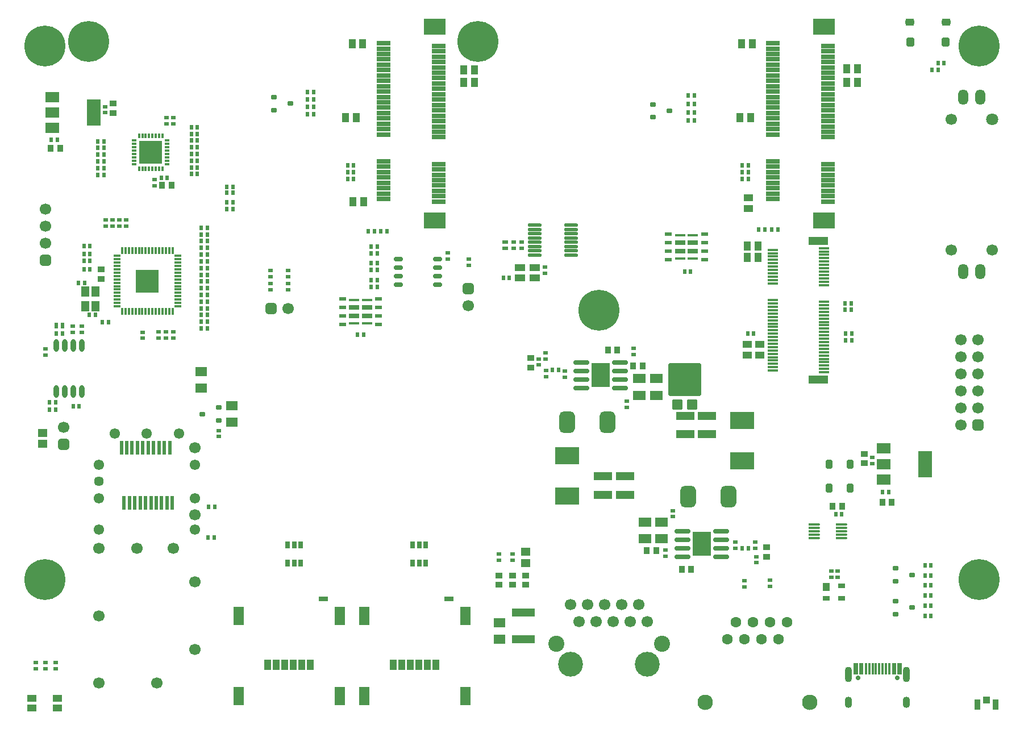
<source format=gts>
G04*
G04 #@! TF.GenerationSoftware,Altium Limited,Altium Designer,25.2.1 (25)*
G04*
G04 Layer_Color=8388736*
%FSLAX44Y44*%
%MOMM*%
G71*
G04*
G04 #@! TF.SameCoordinates,A23D3B39-E9B1-4969-97C3-F5C5B3B73B29*
G04*
G04*
G04 #@! TF.FilePolarity,Negative*
G04*
G01*
G75*
%ADD80R,3.6000X2.6000*%
%ADD81R,2.7000X1.2500*%
G04:AMPARAMS|DCode=82|XSize=0.69mm|YSize=0.59mm|CornerRadius=0.095mm|HoleSize=0mm|Usage=FLASHONLY|Rotation=90.000|XOffset=0mm|YOffset=0mm|HoleType=Round|Shape=RoundedRectangle|*
%AMROUNDEDRECTD82*
21,1,0.6900,0.4000,0,0,90.0*
21,1,0.5000,0.5900,0,0,90.0*
1,1,0.1900,0.2000,0.2500*
1,1,0.1900,0.2000,-0.2500*
1,1,0.1900,-0.2000,-0.2500*
1,1,0.1900,-0.2000,0.2500*
%
%ADD82ROUNDEDRECTD82*%
G04:AMPARAMS|DCode=83|XSize=0.69mm|YSize=0.59mm|CornerRadius=0.095mm|HoleSize=0mm|Usage=FLASHONLY|Rotation=180.000|XOffset=0mm|YOffset=0mm|HoleType=Round|Shape=RoundedRectangle|*
%AMROUNDEDRECTD83*
21,1,0.6900,0.4000,0,0,180.0*
21,1,0.5000,0.5900,0,0,180.0*
1,1,0.1900,-0.2500,0.2000*
1,1,0.1900,0.2500,0.2000*
1,1,0.1900,0.2500,-0.2000*
1,1,0.1900,-0.2500,-0.2000*
%
%ADD83ROUNDEDRECTD83*%
%ADD84R,0.9000X1.0000*%
%ADD85R,3.3000X2.4000*%
%ADD86R,2.1000X0.7000*%
%ADD87R,0.6500X1.1000*%
G04:AMPARAMS|DCode=88|XSize=1.1mm|YSize=1.3mm|CornerRadius=0.3mm|HoleSize=0mm|Usage=FLASHONLY|Rotation=270.000|XOffset=0mm|YOffset=0mm|HoleType=Round|Shape=RoundedRectangle|*
%AMROUNDEDRECTD88*
21,1,1.1000,0.7000,0,0,270.0*
21,1,0.5000,1.3000,0,0,270.0*
1,1,0.6000,-0.3500,-0.2500*
1,1,0.6000,-0.3500,0.2500*
1,1,0.6000,0.3500,0.2500*
1,1,0.6000,0.3500,-0.2500*
%
%ADD88ROUNDEDRECTD88*%
G04:AMPARAMS|DCode=89|XSize=1.4mm|YSize=1.2mm|CornerRadius=0.325mm|HoleSize=0mm|Usage=FLASHONLY|Rotation=270.000|XOffset=0mm|YOffset=0mm|HoleType=Round|Shape=RoundedRectangle|*
%AMROUNDEDRECTD89*
21,1,1.4000,0.5500,0,0,270.0*
21,1,0.7500,1.2000,0,0,270.0*
1,1,0.6500,-0.2750,-0.3750*
1,1,0.6500,-0.2750,0.3750*
1,1,0.6500,0.2750,0.3750*
1,1,0.6500,0.2750,-0.3750*
%
%ADD89ROUNDEDRECTD89*%
G04:AMPARAMS|DCode=90|XSize=0.58mm|YSize=0.68mm|CornerRadius=0.09mm|HoleSize=0mm|Usage=FLASHONLY|Rotation=0.000|XOffset=0mm|YOffset=0mm|HoleType=Round|Shape=RoundedRectangle|*
%AMROUNDEDRECTD90*
21,1,0.5800,0.5000,0,0,0.0*
21,1,0.4000,0.6800,0,0,0.0*
1,1,0.1800,0.2000,-0.2500*
1,1,0.1800,-0.2000,-0.2500*
1,1,0.1800,-0.2000,0.2500*
1,1,0.1800,0.2000,0.2500*
%
%ADD90ROUNDEDRECTD90*%
%ADD91R,1.4500X1.0500*%
%ADD92R,1.0500X1.4500*%
G04:AMPARAMS|DCode=93|XSize=0.58mm|YSize=0.68mm|CornerRadius=0.09mm|HoleSize=0mm|Usage=FLASHONLY|Rotation=90.000|XOffset=0mm|YOffset=0mm|HoleType=Round|Shape=RoundedRectangle|*
%AMROUNDEDRECTD93*
21,1,0.5800,0.5000,0,0,90.0*
21,1,0.4000,0.6800,0,0,90.0*
1,1,0.1800,0.2500,0.2000*
1,1,0.1800,0.2500,-0.2000*
1,1,0.1800,-0.2500,-0.2000*
1,1,0.1800,-0.2500,0.2000*
%
%ADD93ROUNDEDRECTD93*%
%ADD94R,1.0000X0.9000*%
%ADD95R,2.1000X3.9000*%
%ADD96R,2.1000X1.6000*%
%ADD97R,0.8800X0.5800*%
%ADD98O,2.0815X0.5100*%
%ADD99R,1.5000X1.1000*%
%ADD100R,1.0000X1.2000*%
%ADD101R,1.0000X0.7000*%
%ADD102R,1.0000X0.8500*%
%ADD103R,2.8500X1.3000*%
%ADD104R,1.6500X0.4000*%
%ADD105R,0.5500X0.7000*%
%ADD106R,0.7000X0.6000*%
%ADD107R,0.6000X2.1000*%
%ADD108R,1.4000X1.1500*%
%ADD109R,0.5800X0.8800*%
%ADD110O,0.8000X1.9000*%
%ADD111R,1.3000X1.5000*%
%ADD112R,1.7500X1.3500*%
%ADD113R,3.5000X3.5000*%
%ADD114R,1.0000X0.3500*%
%ADD115R,0.3500X1.0000*%
G04:AMPARAMS|DCode=116|XSize=0.65mm|YSize=0.9mm|CornerRadius=0.1875mm|HoleSize=0mm|Usage=FLASHONLY|Rotation=270.000|XOffset=0mm|YOffset=0mm|HoleType=Round|Shape=RoundedRectangle|*
%AMROUNDEDRECTD116*
21,1,0.6500,0.5250,0,0,270.0*
21,1,0.2750,0.9000,0,0,270.0*
1,1,0.3750,-0.2625,-0.1375*
1,1,0.3750,-0.2625,0.1375*
1,1,0.3750,0.2625,0.1375*
1,1,0.3750,0.2625,-0.1375*
%
%ADD116ROUNDEDRECTD116*%
G04:AMPARAMS|DCode=117|XSize=0.6mm|YSize=2.3mm|CornerRadius=0.175mm|HoleSize=0mm|Usage=FLASHONLY|Rotation=90.000|XOffset=0mm|YOffset=0mm|HoleType=Round|Shape=RoundedRectangle|*
%AMROUNDEDRECTD117*
21,1,0.6000,1.9500,0,0,90.0*
21,1,0.2500,2.3000,0,0,90.0*
1,1,0.3500,0.9750,0.1250*
1,1,0.3500,0.9750,-0.1250*
1,1,0.3500,-0.9750,-0.1250*
1,1,0.3500,-0.9750,0.1250*
%
%ADD117ROUNDEDRECTD117*%
%ADD118R,2.8000X3.6000*%
%ADD119R,1.9000X1.4000*%
%ADD120R,3.4000X1.1500*%
G04:AMPARAMS|DCode=121|XSize=3.15mm|YSize=2.3mm|CornerRadius=0.6mm|HoleSize=0mm|Usage=FLASHONLY|Rotation=270.000|XOffset=0mm|YOffset=0mm|HoleType=Round|Shape=RoundedRectangle|*
%AMROUNDEDRECTD121*
21,1,3.1500,1.1000,0,0,270.0*
21,1,1.9500,2.3000,0,0,270.0*
1,1,1.2000,-0.5500,-0.9750*
1,1,1.2000,-0.5500,0.9750*
1,1,1.2000,0.5500,0.9750*
1,1,1.2000,0.5500,-0.9750*
%
%ADD121ROUNDEDRECTD121*%
%ADD122R,1.5500X2.7000*%
%ADD123R,1.0000X1.5000*%
%ADD124R,1.4000X0.8000*%
G04:AMPARAMS|DCode=125|XSize=1.5mm|YSize=1.6mm|CornerRadius=0.12mm|HoleSize=0mm|Usage=FLASHONLY|Rotation=270.000|XOffset=0mm|YOffset=0mm|HoleType=Round|Shape=RoundedRectangle|*
%AMROUNDEDRECTD125*
21,1,1.5000,1.3600,0,0,270.0*
21,1,1.2600,1.6000,0,0,270.0*
1,1,0.2400,-0.6800,-0.6300*
1,1,0.2400,-0.6800,0.6300*
1,1,0.2400,0.6800,0.6300*
1,1,0.2400,0.6800,-0.6300*
%
%ADD125ROUNDEDRECTD125*%
G04:AMPARAMS|DCode=126|XSize=4.9mm|YSize=4.9mm|CornerRadius=0.17mm|HoleSize=0mm|Usage=FLASHONLY|Rotation=270.000|XOffset=0mm|YOffset=0mm|HoleType=Round|Shape=RoundedRectangle|*
%AMROUNDEDRECTD126*
21,1,4.9000,4.5600,0,0,270.0*
21,1,4.5600,4.9000,0,0,270.0*
1,1,0.3400,-2.2800,-2.2800*
1,1,0.3400,-2.2800,2.2800*
1,1,0.3400,2.2800,2.2800*
1,1,0.3400,2.2800,-2.2800*
%
%ADD126ROUNDEDRECTD126*%
%ADD127R,1.0600X0.6000*%
%ADD128R,1.6000X0.8000*%
%ADD129R,1.6000X0.4500*%
%ADD130R,1.0000X1.0000*%
%ADD131R,0.8500X1.6000*%
G04:AMPARAMS|DCode=132|XSize=0.6mm|YSize=1.35mm|CornerRadius=0.175mm|HoleSize=0mm|Usage=FLASHONLY|Rotation=90.000|XOffset=0mm|YOffset=0mm|HoleType=Round|Shape=RoundedRectangle|*
%AMROUNDEDRECTD132*
21,1,0.6000,1.0000,0,0,90.0*
21,1,0.2500,1.3500,0,0,90.0*
1,1,0.3500,0.5000,0.1250*
1,1,0.3500,0.5000,-0.1250*
1,1,0.3500,-0.5000,-0.1250*
1,1,0.3500,-0.5000,0.1250*
%
%ADD132ROUNDEDRECTD132*%
%ADD133R,1.3750X1.0500*%
%ADD134R,0.4000X1.7400*%
%ADD135O,1.7000X0.4000*%
G04:AMPARAMS|DCode=136|XSize=1.32mm|YSize=1.05mm|CornerRadius=0.2875mm|HoleSize=0mm|Usage=FLASHONLY|Rotation=90.000|XOffset=0mm|YOffset=0mm|HoleType=Round|Shape=RoundedRectangle|*
%AMROUNDEDRECTD136*
21,1,1.3200,0.4750,0,0,90.0*
21,1,0.7450,1.0500,0,0,90.0*
1,1,0.5750,0.2375,0.3725*
1,1,0.5750,0.2375,-0.3725*
1,1,0.5750,-0.2375,-0.3725*
1,1,0.5750,-0.2375,0.3725*
%
%ADD136ROUNDEDRECTD136*%
%ADD137R,0.4000X0.8000*%
%ADD138R,0.8000X0.4000*%
%ADD139R,3.4000X3.4000*%
%ADD140C,1.6000*%
%ADD141C,0.1000*%
%ADD142C,2.3000*%
%ADD143O,1.5000X2.3000*%
%ADD144C,1.7000*%
%ADD145C,1.8000*%
G04:AMPARAMS|DCode=146|XSize=1.7mm|YSize=1.7mm|CornerRadius=0.45mm|HoleSize=0mm|Usage=FLASHONLY|Rotation=90.000|XOffset=0mm|YOffset=0mm|HoleType=Round|Shape=RoundedRectangle|*
%AMROUNDEDRECTD146*
21,1,1.7000,0.8000,0,0,90.0*
21,1,0.8000,1.7000,0,0,90.0*
1,1,0.9000,0.4000,0.4000*
1,1,0.9000,0.4000,-0.4000*
1,1,0.9000,-0.4000,-0.4000*
1,1,0.9000,-0.4000,0.4000*
%
%ADD146ROUNDEDRECTD146*%
%ADD147R,0.1000X0.1000*%
%ADD148C,6.1000*%
%ADD149C,1.5500*%
%ADD150C,1.4500*%
%ADD151C,0.1500*%
G04:AMPARAMS|DCode=152|XSize=1.7mm|YSize=1.7mm|CornerRadius=0.45mm|HoleSize=0mm|Usage=FLASHONLY|Rotation=180.000|XOffset=0mm|YOffset=0mm|HoleType=Round|Shape=RoundedRectangle|*
%AMROUNDEDRECTD152*
21,1,1.7000,0.8000,0,0,180.0*
21,1,0.8000,1.7000,0,0,180.0*
1,1,0.9000,-0.4000,0.4000*
1,1,0.9000,0.4000,0.4000*
1,1,0.9000,0.4000,-0.4000*
1,1,0.9000,-0.4000,-0.4000*
%
%ADD152ROUNDEDRECTD152*%
%ADD153C,3.7000*%
%ADD154C,2.4000*%
%ADD155O,1.1000X2.3000*%
%ADD156O,1.1000X1.7000*%
%ADD157C,0.7000*%
D80*
X1093000Y441000D02*
D03*
Y381000D02*
D03*
X832750Y388500D02*
D03*
Y328500D02*
D03*
D81*
X1041000Y420250D02*
D03*
Y447750D02*
D03*
X1009000Y420250D02*
D03*
Y447750D02*
D03*
X919000Y357750D02*
D03*
Y330250D02*
D03*
X886000Y357750D02*
D03*
Y330250D02*
D03*
D82*
X505500Y821000D02*
D03*
X514500D02*
D03*
X505500Y811000D02*
D03*
X514500D02*
D03*
X505500Y801000D02*
D03*
X514500D02*
D03*
X529500Y569000D02*
D03*
X520500D02*
D03*
X1016500Y663000D02*
D03*
X1007500D02*
D03*
X1093500Y811000D02*
D03*
X1102500D02*
D03*
X1093500Y801000D02*
D03*
X1102500D02*
D03*
X1093500Y821000D02*
D03*
X1102500D02*
D03*
X1376222Y963009D02*
D03*
X1385222D02*
D03*
X1385299Y973052D02*
D03*
X1394299D02*
D03*
X307750Y312000D02*
D03*
X298750D02*
D03*
X140000Y587750D02*
D03*
X149000D02*
D03*
X287750Y578000D02*
D03*
X296750D02*
D03*
X1110750Y570000D02*
D03*
X1101750D02*
D03*
X1247500Y570250D02*
D03*
X1256500D02*
D03*
X1247500Y560500D02*
D03*
X1256500D02*
D03*
X445750Y908000D02*
D03*
X454750D02*
D03*
X454750Y930000D02*
D03*
X445750D02*
D03*
X454750Y919000D02*
D03*
X445750D02*
D03*
X1022250Y925000D02*
D03*
X1013250D02*
D03*
X1022250Y912500D02*
D03*
X1013250D02*
D03*
Y887500D02*
D03*
X1022250D02*
D03*
X564250Y722500D02*
D03*
X555250D02*
D03*
X1146750Y725000D02*
D03*
X1137750D02*
D03*
X540750Y700000D02*
D03*
X549750D02*
D03*
X540750Y675000D02*
D03*
X549750D02*
D03*
X540750Y640000D02*
D03*
X549750D02*
D03*
Y665000D02*
D03*
X540750D02*
D03*
X549750Y650000D02*
D03*
X540750D02*
D03*
X549750Y690000D02*
D03*
X540750D02*
D03*
X1365750Y225000D02*
D03*
X1374750D02*
D03*
Y210000D02*
D03*
X1365750D02*
D03*
X1374750Y180000D02*
D03*
X1365750D02*
D03*
Y165000D02*
D03*
X1374750D02*
D03*
Y195000D02*
D03*
X1365750D02*
D03*
X1374750Y150000D02*
D03*
X1365750D02*
D03*
X281750Y808000D02*
D03*
X272750D02*
D03*
Y818000D02*
D03*
X281750D02*
D03*
X133250Y807000D02*
D03*
X142250D02*
D03*
Y817000D02*
D03*
X133250D02*
D03*
X142250Y827000D02*
D03*
X133250D02*
D03*
Y837000D02*
D03*
X142250D02*
D03*
X272750Y848000D02*
D03*
X281750D02*
D03*
Y878000D02*
D03*
X272750D02*
D03*
X281750Y828000D02*
D03*
X272750D02*
D03*
Y838000D02*
D03*
X281750D02*
D03*
Y858000D02*
D03*
X272750D02*
D03*
Y868000D02*
D03*
X281750D02*
D03*
X142250Y857000D02*
D03*
X133250D02*
D03*
X142250Y847000D02*
D03*
X133250D02*
D03*
X70750Y468000D02*
D03*
X61750D02*
D03*
X70750Y457000D02*
D03*
X61750D02*
D03*
X112750Y688550D02*
D03*
X121750D02*
D03*
X112750Y666500D02*
D03*
X121750D02*
D03*
X112750Y678550D02*
D03*
X121750D02*
D03*
X297750Y266750D02*
D03*
X306750D02*
D03*
X105750Y462000D02*
D03*
X96750D02*
D03*
X296750Y598000D02*
D03*
X287750D02*
D03*
X296750Y588000D02*
D03*
X287750D02*
D03*
X296750Y658000D02*
D03*
X287750D02*
D03*
X296750Y648000D02*
D03*
X287750D02*
D03*
X296750Y628000D02*
D03*
X287750D02*
D03*
X296750Y638000D02*
D03*
X287750D02*
D03*
Y618000D02*
D03*
X296750D02*
D03*
Y668000D02*
D03*
X287750D02*
D03*
X296750Y698000D02*
D03*
X287750D02*
D03*
X296750Y688000D02*
D03*
X287750D02*
D03*
X296750Y678000D02*
D03*
X287750D02*
D03*
Y728000D02*
D03*
X296750D02*
D03*
X287750Y718000D02*
D03*
X296750D02*
D03*
Y708000D02*
D03*
X287750D02*
D03*
X296750Y608000D02*
D03*
X287750D02*
D03*
X1093750Y250750D02*
D03*
X1102750D02*
D03*
X112750Y700750D02*
D03*
X121750D02*
D03*
X819750Y516000D02*
D03*
X810750D02*
D03*
D83*
X417000Y644500D02*
D03*
Y635500D02*
D03*
X979000Y247500D02*
D03*
Y238500D02*
D03*
X932000Y539500D02*
D03*
Y548500D02*
D03*
X1096500Y202000D02*
D03*
Y193000D02*
D03*
X55500Y71250D02*
D03*
Y80250D02*
D03*
X313500Y417000D02*
D03*
Y426000D02*
D03*
X1226250Y216500D02*
D03*
Y207500D02*
D03*
X1235250Y216500D02*
D03*
Y207500D02*
D03*
X417000Y655500D02*
D03*
Y664500D02*
D03*
X391000Y655500D02*
D03*
Y664500D02*
D03*
Y635500D02*
D03*
Y644500D02*
D03*
X685764Y671995D02*
D03*
Y680995D02*
D03*
X70250Y71250D02*
D03*
Y80250D02*
D03*
X245750Y892000D02*
D03*
Y883000D02*
D03*
X235750D02*
D03*
Y892000D02*
D03*
X96439Y572500D02*
D03*
Y581500D02*
D03*
X55250Y538500D02*
D03*
Y547500D02*
D03*
X109250Y572500D02*
D03*
Y581500D02*
D03*
X245750Y563777D02*
D03*
Y572776D02*
D03*
X224000Y563750D02*
D03*
Y572750D02*
D03*
X234750Y563750D02*
D03*
Y572750D02*
D03*
X200000Y572500D02*
D03*
Y563500D02*
D03*
X155250Y730500D02*
D03*
Y739500D02*
D03*
X165250Y730500D02*
D03*
Y739500D02*
D03*
X145250Y730500D02*
D03*
Y739500D02*
D03*
X175250Y730500D02*
D03*
Y739500D02*
D03*
X1114250Y237950D02*
D03*
Y228950D02*
D03*
X790250Y532500D02*
D03*
Y523500D02*
D03*
X751250Y241500D02*
D03*
Y232500D02*
D03*
X1135250Y193750D02*
D03*
Y202750D02*
D03*
X800250Y532500D02*
D03*
Y541500D02*
D03*
X731250Y241500D02*
D03*
Y232500D02*
D03*
D84*
X965250Y247000D02*
D03*
X951250D02*
D03*
X931250Y522000D02*
D03*
X945250D02*
D03*
X63000Y846500D02*
D03*
X77000D02*
D03*
X1302250Y319000D02*
D03*
X1316250D02*
D03*
X1242250Y313000D02*
D03*
X1228250D02*
D03*
X229250Y791000D02*
D03*
X243250D02*
D03*
X1017500Y219250D02*
D03*
X1003500D02*
D03*
X893250Y546000D02*
D03*
X907250D02*
D03*
D85*
X635250Y1027500D02*
D03*
Y738500D02*
D03*
X1215250Y1027500D02*
D03*
Y738500D02*
D03*
D86*
X641250Y767000D02*
D03*
X559250Y771000D02*
D03*
X641250Y775000D02*
D03*
X559250Y779000D02*
D03*
X641250Y783000D02*
D03*
X559250Y787000D02*
D03*
X641250Y791000D02*
D03*
X559250Y795000D02*
D03*
X641250Y799000D02*
D03*
X559250Y803000D02*
D03*
X641250Y807000D02*
D03*
X559250Y811000D02*
D03*
X641250Y815000D02*
D03*
X559250Y819000D02*
D03*
X641250Y823000D02*
D03*
X559250Y827000D02*
D03*
X641250Y863000D02*
D03*
X559250Y867000D02*
D03*
X641250Y871000D02*
D03*
X559250Y875000D02*
D03*
X641250Y879000D02*
D03*
X559250Y883000D02*
D03*
X641250Y887000D02*
D03*
X559250Y891000D02*
D03*
X641250Y895000D02*
D03*
X559250Y899000D02*
D03*
X641250Y903000D02*
D03*
X559250Y907000D02*
D03*
X641250Y911000D02*
D03*
X559250Y915000D02*
D03*
X641250Y919000D02*
D03*
X559250Y923000D02*
D03*
X641250Y927000D02*
D03*
X559250Y931000D02*
D03*
X641250Y935000D02*
D03*
X559250Y939000D02*
D03*
X641250Y943000D02*
D03*
X559250Y947000D02*
D03*
X641250Y951000D02*
D03*
X559250Y955000D02*
D03*
X641250Y959000D02*
D03*
X559250Y963000D02*
D03*
X641250Y967000D02*
D03*
X559250Y971000D02*
D03*
X641250Y975000D02*
D03*
X559250Y979000D02*
D03*
X641250Y983000D02*
D03*
X559250Y987000D02*
D03*
X641250Y991000D02*
D03*
X559250Y995000D02*
D03*
X641250Y999000D02*
D03*
X559250Y1003000D02*
D03*
X1221250Y767000D02*
D03*
X1139250Y771000D02*
D03*
X1221250Y775000D02*
D03*
X1139250Y779000D02*
D03*
X1221250Y783000D02*
D03*
X1139250Y787000D02*
D03*
X1221250Y791000D02*
D03*
X1139250Y795000D02*
D03*
X1221250Y799000D02*
D03*
X1139250Y803000D02*
D03*
X1221250Y807000D02*
D03*
X1139250Y811000D02*
D03*
X1221250Y815000D02*
D03*
X1139250Y819000D02*
D03*
X1221250Y823000D02*
D03*
X1139250Y827000D02*
D03*
X1221250Y863000D02*
D03*
X1139250Y867000D02*
D03*
X1221250Y871000D02*
D03*
X1139250Y875000D02*
D03*
X1221250Y879000D02*
D03*
X1139250Y883000D02*
D03*
X1221250Y887000D02*
D03*
X1139250Y891000D02*
D03*
X1221250Y895000D02*
D03*
X1139250Y899000D02*
D03*
X1221250Y903000D02*
D03*
X1139250Y907000D02*
D03*
X1221250Y911000D02*
D03*
X1139250Y915000D02*
D03*
X1221250Y919000D02*
D03*
X1139250Y923000D02*
D03*
X1221250Y927000D02*
D03*
X1139250Y931000D02*
D03*
X1221250Y935000D02*
D03*
X1139250Y939000D02*
D03*
X1221250Y943000D02*
D03*
X1139250Y947000D02*
D03*
X1221250Y951000D02*
D03*
X1139250Y955000D02*
D03*
X1221250Y959000D02*
D03*
X1139250Y963000D02*
D03*
X1221250Y967000D02*
D03*
X1139250Y971000D02*
D03*
X1221250Y975000D02*
D03*
X1139250Y979000D02*
D03*
X1221250Y983000D02*
D03*
X1139250Y987000D02*
D03*
X1221250Y991000D02*
D03*
X1139250Y995000D02*
D03*
X1221250Y999000D02*
D03*
X1139250Y1003000D02*
D03*
D87*
X435500Y255250D02*
D03*
X426000D02*
D03*
X416500D02*
D03*
Y228250D02*
D03*
X435500D02*
D03*
X426000D02*
D03*
X621750Y255250D02*
D03*
X612250D02*
D03*
X602750D02*
D03*
Y228250D02*
D03*
X621750D02*
D03*
X612250D02*
D03*
D88*
X1397250Y1034500D02*
D03*
X1343250Y1034500D02*
D03*
D89*
X1396750Y1005000D02*
D03*
X1343750D02*
D03*
D90*
X63950Y859250D02*
D03*
X73050D02*
D03*
X1302700Y334000D02*
D03*
X1311800D02*
D03*
X1241800Y301000D02*
D03*
X1232700D02*
D03*
X1246700Y615000D02*
D03*
X1255800D02*
D03*
X1246700Y606000D02*
D03*
X1255800D02*
D03*
X445700Y897000D02*
D03*
X454800D02*
D03*
X1013200Y900000D02*
D03*
X1022300D02*
D03*
X227881Y802440D02*
D03*
X236981D02*
D03*
X80800Y570000D02*
D03*
X71700D02*
D03*
X129800Y598000D02*
D03*
X120700D02*
D03*
X113800Y646000D02*
D03*
X104700D02*
D03*
X325700Y789000D02*
D03*
X334800D02*
D03*
X325700Y780000D02*
D03*
X334800D02*
D03*
X325700Y766000D02*
D03*
X334800D02*
D03*
X325700Y756000D02*
D03*
X334800D02*
D03*
X737450Y653000D02*
D03*
X746550D02*
D03*
D91*
X1101000Y554500D02*
D03*
Y538500D02*
D03*
X1119500Y554500D02*
D03*
Y538500D02*
D03*
X1102500Y773000D02*
D03*
Y757000D02*
D03*
D92*
X1101000Y701000D02*
D03*
X1117000D02*
D03*
X1101000Y683500D02*
D03*
X1117000D02*
D03*
X678250Y944750D02*
D03*
X694250D02*
D03*
X678250Y963250D02*
D03*
X694250D02*
D03*
X528250Y1002500D02*
D03*
X512250D02*
D03*
X518250Y892500D02*
D03*
X502250D02*
D03*
X529750Y766500D02*
D03*
X513750D02*
D03*
X1108250Y1002500D02*
D03*
X1092250D02*
D03*
X1249500Y965000D02*
D03*
X1265500D02*
D03*
X1249500Y945000D02*
D03*
X1265500D02*
D03*
X1105750Y892500D02*
D03*
X1089750D02*
D03*
D93*
X990500Y297450D02*
D03*
Y306550D02*
D03*
X655000Y690550D02*
D03*
Y681450D02*
D03*
X1287250Y376450D02*
D03*
Y385550D02*
D03*
X753000Y706550D02*
D03*
Y697450D02*
D03*
X765000Y706550D02*
D03*
Y697450D02*
D03*
X800000Y669100D02*
D03*
Y660000D02*
D03*
X40750Y71200D02*
D03*
Y80300D02*
D03*
X144250Y899450D02*
D03*
Y908550D02*
D03*
X1113250Y259800D02*
D03*
Y250700D02*
D03*
X1083250Y259800D02*
D03*
Y250700D02*
D03*
X829250Y505450D02*
D03*
Y514550D02*
D03*
X801250Y506450D02*
D03*
Y515550D02*
D03*
X921250Y460450D02*
D03*
Y469550D02*
D03*
D94*
X1275250Y377000D02*
D03*
Y391000D02*
D03*
X156250Y899000D02*
D03*
Y913000D02*
D03*
X1130000Y238000D02*
D03*
Y252000D02*
D03*
X778250Y520000D02*
D03*
Y534000D02*
D03*
X138250Y666000D02*
D03*
Y652000D02*
D03*
D95*
X1366250Y376000D02*
D03*
X127250Y900000D02*
D03*
D96*
X1304250Y353000D02*
D03*
Y376000D02*
D03*
Y399000D02*
D03*
X65250Y923000D02*
D03*
Y900000D02*
D03*
Y877000D02*
D03*
D97*
X740000Y697450D02*
D03*
Y706550D02*
D03*
D98*
X838407Y687350D02*
D03*
X838407Y693750D02*
D03*
Y700150D02*
D03*
Y706550D02*
D03*
Y712950D02*
D03*
Y719350D02*
D03*
Y725750D02*
D03*
Y732150D02*
D03*
X784092Y687350D02*
D03*
X784092Y693750D02*
D03*
Y700150D02*
D03*
Y706550D02*
D03*
Y712950D02*
D03*
Y719350D02*
D03*
Y725750D02*
D03*
Y732150D02*
D03*
D99*
X762000Y669000D02*
D03*
X784000D02*
D03*
X762000Y653000D02*
D03*
X784000D02*
D03*
D100*
X1219000Y192500D02*
D03*
D101*
X1242000Y175500D02*
D03*
Y194500D02*
D03*
X1219000Y175500D02*
D03*
D102*
X771250Y196250D02*
D03*
Y209750D02*
D03*
X751250Y196000D02*
D03*
Y209500D02*
D03*
X731250D02*
D03*
Y196000D02*
D03*
D103*
X1207250Y501710D02*
D03*
Y708710D02*
D03*
D104*
X1139500Y610210D02*
D03*
X1215000Y697710D02*
D03*
X1139500Y695210D02*
D03*
X1215000Y692710D02*
D03*
X1139500Y690210D02*
D03*
X1215000Y687710D02*
D03*
X1139500Y685210D02*
D03*
X1215000Y682710D02*
D03*
X1139500Y680210D02*
D03*
X1215000Y677710D02*
D03*
X1139500Y675210D02*
D03*
X1215000Y672710D02*
D03*
X1139500Y650210D02*
D03*
X1215000Y647710D02*
D03*
X1139500Y645210D02*
D03*
X1215000Y642710D02*
D03*
X1139500Y620210D02*
D03*
X1215000Y617710D02*
D03*
X1139500Y615210D02*
D03*
X1215000Y612710D02*
D03*
Y607710D02*
D03*
X1139500Y605210D02*
D03*
X1215000Y602710D02*
D03*
X1139500Y600210D02*
D03*
X1215000Y597710D02*
D03*
X1139500Y595210D02*
D03*
X1215000Y592710D02*
D03*
X1139500Y590210D02*
D03*
X1215000Y587710D02*
D03*
X1139500Y585210D02*
D03*
X1215000Y582710D02*
D03*
X1139500Y580210D02*
D03*
X1215000Y577710D02*
D03*
X1139500Y575210D02*
D03*
X1215000Y572710D02*
D03*
X1139500Y570210D02*
D03*
X1215000Y567710D02*
D03*
X1139500Y565210D02*
D03*
X1215000Y562710D02*
D03*
X1139500Y560210D02*
D03*
X1215000Y557710D02*
D03*
X1139500Y555210D02*
D03*
X1215000Y552710D02*
D03*
X1139500Y550210D02*
D03*
X1215000Y547710D02*
D03*
X1139500Y545210D02*
D03*
X1215000Y542710D02*
D03*
X1139500Y540210D02*
D03*
X1215000Y537710D02*
D03*
X1139500Y535210D02*
D03*
X1215000Y532710D02*
D03*
X1139500Y530210D02*
D03*
X1215000Y527710D02*
D03*
X1139500Y525210D02*
D03*
X1215000Y522710D02*
D03*
X1139500Y520210D02*
D03*
X1215000Y517710D02*
D03*
X1139500Y515210D02*
D03*
X1215000Y512710D02*
D03*
X1139500Y670210D02*
D03*
X1139500Y665210D02*
D03*
Y660210D02*
D03*
Y655210D02*
D03*
X1215000Y667710D02*
D03*
Y662710D02*
D03*
Y657710D02*
D03*
Y652710D02*
D03*
D105*
X536250Y722500D02*
D03*
X545250D02*
D03*
X1118250Y725000D02*
D03*
X1127250D02*
D03*
D106*
X218000Y799550D02*
D03*
Y790450D02*
D03*
D107*
X204500Y318000D02*
D03*
X200500Y400000D02*
D03*
X196500Y318000D02*
D03*
X192500Y400000D02*
D03*
X188500Y318000D02*
D03*
X184500Y400000D02*
D03*
X180500Y318000D02*
D03*
X176500Y400000D02*
D03*
X172500Y318000D02*
D03*
X168500Y400000D02*
D03*
X244500Y318000D02*
D03*
X240500Y400000D02*
D03*
X236500Y318000D02*
D03*
X232500Y400000D02*
D03*
X228500Y318000D02*
D03*
X224500Y400000D02*
D03*
X220500Y318000D02*
D03*
X216500Y400000D02*
D03*
X212500Y318000D02*
D03*
X208500Y400000D02*
D03*
D108*
X51250Y405750D02*
D03*
Y422250D02*
D03*
X771250Y245250D02*
D03*
Y228750D02*
D03*
D109*
X71700Y582000D02*
D03*
X80800D02*
D03*
D110*
X109300Y552290D02*
D03*
Y483710D02*
D03*
X96600Y552290D02*
D03*
Y483710D02*
D03*
X83900Y552290D02*
D03*
Y483710D02*
D03*
X71200Y552290D02*
D03*
Y483710D02*
D03*
D111*
X130250Y633000D02*
D03*
Y611000D02*
D03*
X114250Y633000D02*
D03*
Y611000D02*
D03*
D112*
X287250Y513500D02*
D03*
Y489000D02*
D03*
X333500Y462750D02*
D03*
Y438250D02*
D03*
X732250Y114750D02*
D03*
Y139250D02*
D03*
D113*
X207250Y648550D02*
D03*
D114*
X161750Y611050D02*
D03*
Y616050D02*
D03*
Y621050D02*
D03*
Y626050D02*
D03*
Y631050D02*
D03*
Y636050D02*
D03*
Y641050D02*
D03*
Y646050D02*
D03*
Y651050D02*
D03*
Y656050D02*
D03*
Y661050D02*
D03*
Y666050D02*
D03*
Y671050D02*
D03*
Y676050D02*
D03*
Y681050D02*
D03*
Y686050D02*
D03*
X252750D02*
D03*
Y681050D02*
D03*
Y676050D02*
D03*
Y671050D02*
D03*
Y666050D02*
D03*
Y661050D02*
D03*
Y656050D02*
D03*
Y651050D02*
D03*
Y646050D02*
D03*
Y641050D02*
D03*
Y636050D02*
D03*
Y631050D02*
D03*
Y626050D02*
D03*
Y621050D02*
D03*
Y616050D02*
D03*
Y611050D02*
D03*
D115*
X169750Y694050D02*
D03*
X174750D02*
D03*
X179750D02*
D03*
X184750D02*
D03*
X189750D02*
D03*
X194750D02*
D03*
X199750D02*
D03*
X204750D02*
D03*
X209750D02*
D03*
X214750D02*
D03*
X219750D02*
D03*
X224750D02*
D03*
X229750D02*
D03*
X234750D02*
D03*
X239750D02*
D03*
X244750D02*
D03*
Y603050D02*
D03*
X239750D02*
D03*
X234750D02*
D03*
X229750D02*
D03*
X224750D02*
D03*
X219750D02*
D03*
X214750D02*
D03*
X209750D02*
D03*
X204750D02*
D03*
X199750D02*
D03*
X194750D02*
D03*
X189750D02*
D03*
X184750D02*
D03*
X179750D02*
D03*
X174750D02*
D03*
X169750D02*
D03*
D116*
X289500Y450500D02*
D03*
X314000Y460000D02*
D03*
Y441000D02*
D03*
X395750Y922500D02*
D03*
Y903500D02*
D03*
X420250Y913000D02*
D03*
X960250Y912000D02*
D03*
Y893000D02*
D03*
X984750Y902500D02*
D03*
X1321750Y220500D02*
D03*
Y201500D02*
D03*
X1346250Y211000D02*
D03*
X1321750Y171500D02*
D03*
Y152500D02*
D03*
X1346250Y162000D02*
D03*
D117*
X1062250Y250650D02*
D03*
Y263350D02*
D03*
Y276050D02*
D03*
X1004250Y250650D02*
D03*
Y263350D02*
D03*
Y276050D02*
D03*
X1062250Y237950D02*
D03*
X1004250D02*
D03*
X853750Y514850D02*
D03*
Y502150D02*
D03*
Y489450D02*
D03*
X911750Y514850D02*
D03*
Y502150D02*
D03*
Y489450D02*
D03*
X853750Y527550D02*
D03*
X911750D02*
D03*
D118*
X1033250Y257000D02*
D03*
X882750Y508500D02*
D03*
D119*
X948250Y289500D02*
D03*
Y264500D02*
D03*
X973250Y289500D02*
D03*
Y264500D02*
D03*
X940250Y503500D02*
D03*
Y478500D02*
D03*
X965250Y503500D02*
D03*
Y478500D02*
D03*
D120*
X767250Y115250D02*
D03*
Y154750D02*
D03*
D121*
X1072750Y327000D02*
D03*
X1013250D02*
D03*
X833000Y438500D02*
D03*
X892500D02*
D03*
D122*
X680850Y30000D02*
D03*
Y150000D02*
D03*
X530350Y30000D02*
D03*
Y150000D02*
D03*
X493850Y30000D02*
D03*
Y150000D02*
D03*
X343350Y30000D02*
D03*
Y150000D02*
D03*
D123*
X637350Y77000D02*
D03*
X573850D02*
D03*
X586550D02*
D03*
X599250D02*
D03*
X611950D02*
D03*
X624650D02*
D03*
X450350D02*
D03*
X386850D02*
D03*
X399550D02*
D03*
X412250D02*
D03*
X424950D02*
D03*
X437650D02*
D03*
D124*
X656150Y175000D02*
D03*
X469150D02*
D03*
D125*
X997250Y464500D02*
D03*
X1019250D02*
D03*
D126*
X1008250Y502000D02*
D03*
D127*
X498250Y583950D02*
D03*
X551750Y596650D02*
D03*
X498250D02*
D03*
X551750Y583950D02*
D03*
Y622050D02*
D03*
X498250Y609350D02*
D03*
X551750D02*
D03*
X498250Y622050D02*
D03*
X983750Y680600D02*
D03*
X1037250Y693300D02*
D03*
X983750D02*
D03*
X1037250Y680600D02*
D03*
Y718700D02*
D03*
X983750Y706000D02*
D03*
X1037250D02*
D03*
X983750Y718700D02*
D03*
D128*
X534500Y596650D02*
D03*
X515500D02*
D03*
Y609350D02*
D03*
X534500D02*
D03*
X1020000Y693300D02*
D03*
X1001000D02*
D03*
Y706000D02*
D03*
X1020000D02*
D03*
D129*
X534500Y585700D02*
D03*
X515500D02*
D03*
Y620300D02*
D03*
X534500D02*
D03*
X1020000Y682350D02*
D03*
X1001000D02*
D03*
Y716950D02*
D03*
X1020000D02*
D03*
D130*
X1457750Y24000D02*
D03*
D131*
X1444250Y17500D02*
D03*
X1471250D02*
D03*
D132*
X581250Y642950D02*
D03*
X639250D02*
D03*
X581250Y681050D02*
D03*
Y668350D02*
D03*
Y655650D02*
D03*
X639250Y681050D02*
D03*
Y668350D02*
D03*
Y655650D02*
D03*
D133*
X35500Y27250D02*
D03*
X73500Y12250D02*
D03*
Y27250D02*
D03*
X35500Y12250D02*
D03*
D134*
X1264249Y71000D02*
D03*
X1261249D02*
D03*
X1269249D02*
D03*
X1272249D02*
D03*
X1312751D02*
D03*
X1292751D02*
D03*
X1287749D02*
D03*
X1282751D02*
D03*
X1277749D02*
D03*
X1297749D02*
D03*
X1302751D02*
D03*
X1307749D02*
D03*
X1326251D02*
D03*
X1329251D02*
D03*
X1321251D02*
D03*
X1318251D02*
D03*
D135*
X1200750Y286000D02*
D03*
Y281000D02*
D03*
Y276000D02*
D03*
Y271000D02*
D03*
Y266000D02*
D03*
X1241750Y286000D02*
D03*
Y281000D02*
D03*
Y276000D02*
D03*
Y271000D02*
D03*
Y266000D02*
D03*
D136*
X1223250Y340000D02*
D03*
Y376000D02*
D03*
X1254250Y340000D02*
D03*
Y376000D02*
D03*
D137*
X229816Y865023D02*
D03*
X224816D02*
D03*
X219816D02*
D03*
X214816D02*
D03*
X209816D02*
D03*
X204816D02*
D03*
X199816D02*
D03*
X194816D02*
D03*
Y816023D02*
D03*
X199816D02*
D03*
X204816D02*
D03*
X209816D02*
D03*
X214816D02*
D03*
X219816D02*
D03*
X224816D02*
D03*
X229816D02*
D03*
D138*
X187816Y858023D02*
D03*
Y853023D02*
D03*
Y848023D02*
D03*
Y843023D02*
D03*
Y838023D02*
D03*
Y833023D02*
D03*
Y828023D02*
D03*
Y823023D02*
D03*
X236816D02*
D03*
Y828023D02*
D03*
Y833023D02*
D03*
Y838023D02*
D03*
Y843023D02*
D03*
Y848023D02*
D03*
Y853023D02*
D03*
Y858023D02*
D03*
D139*
X212316Y840523D02*
D03*
D140*
X1160700Y140700D02*
D03*
X1135300Y140700D02*
D03*
X1148000Y115300D02*
D03*
X1122600D02*
D03*
X1097200D02*
D03*
X1109900Y140700D02*
D03*
X1071800Y115300D02*
D03*
X1084500Y140700D02*
D03*
D141*
X1173400Y51800D02*
D03*
X1059100D02*
D03*
X1370250Y1030000D02*
D03*
Y1000000D02*
D03*
X158500Y359000D02*
D03*
X254500D02*
D03*
X534150Y171000D02*
D03*
X677150D02*
D03*
X347150D02*
D03*
X490150D02*
D03*
D142*
X1194250Y21300D02*
D03*
X1038250D02*
D03*
D143*
X1422500Y662500D02*
D03*
X1448500D02*
D03*
X1422500Y922500D02*
D03*
X1448500D02*
D03*
D144*
X1405000Y695000D02*
D03*
X1466000D02*
D03*
X1405000Y890000D02*
D03*
X416700Y608000D02*
D03*
X221050Y50000D02*
D03*
X246050Y250000D02*
D03*
X277750Y200000D02*
D03*
Y300000D02*
D03*
Y400000D02*
D03*
Y100000D02*
D03*
X135250Y50000D02*
D03*
Y250000D02*
D03*
Y150000D02*
D03*
X192050Y250000D02*
D03*
X55250Y730200D02*
D03*
Y704800D02*
D03*
Y755600D02*
D03*
X82250Y430700D02*
D03*
X837950Y166900D02*
D03*
X863350D02*
D03*
X888750D02*
D03*
X914150D02*
D03*
X939550D02*
D03*
X850650Y141500D02*
D03*
X876050D02*
D03*
X901450D02*
D03*
X926850D02*
D03*
X952250D02*
D03*
X1419500Y561200D02*
D03*
Y535800D02*
D03*
Y510400D02*
D03*
Y485000D02*
D03*
Y459600D02*
D03*
Y434200D02*
D03*
X1444900Y561200D02*
D03*
Y485000D02*
D03*
Y535800D02*
D03*
Y459600D02*
D03*
Y510400D02*
D03*
X685250Y612300D02*
D03*
D145*
X1466000Y890000D02*
D03*
D146*
X391300Y608000D02*
D03*
D147*
X600250Y760000D02*
D03*
Y1010000D02*
D03*
X1180250Y760000D02*
D03*
Y1010000D02*
D03*
D148*
X879750Y605250D02*
D03*
X119578Y1005715D02*
D03*
X699373Y1005467D02*
D03*
X54500Y203965D02*
D03*
X1446500D02*
D03*
X54500Y998465D02*
D03*
X1446500D02*
D03*
D149*
X206500Y421000D02*
D03*
X254500D02*
D03*
X277750Y278000D02*
D03*
Y325000D02*
D03*
Y375000D02*
D03*
X135250Y278000D02*
D03*
Y325000D02*
D03*
Y375000D02*
D03*
X158500Y421000D02*
D03*
D150*
X135250Y350000D02*
D03*
D151*
X1162250Y505210D02*
D03*
X1162250Y705210D02*
D03*
X54500Y10750D02*
D03*
Y28750D02*
D03*
D152*
X55250Y679400D02*
D03*
X82250Y405300D02*
D03*
X1444900Y434200D02*
D03*
X685250Y637700D02*
D03*
D153*
X837950Y78000D02*
D03*
X952250D02*
D03*
D154*
X816360Y108480D02*
D03*
X973840D02*
D03*
D155*
X1251999Y62699D02*
D03*
X1338501D02*
D03*
D156*
X1251999Y21000D02*
D03*
X1338501D02*
D03*
D157*
X1266350Y57500D02*
D03*
X1324150D02*
D03*
M02*

</source>
